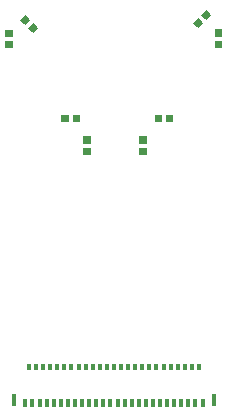
<source format=gbr>
%TF.GenerationSoftware,KiCad,Pcbnew,8.0.3*%
%TF.CreationDate,2024-07-21T22:55:40-07:00*%
%TF.ProjectId,wide_v1_4_layer,77696465-5f76-4315-9f34-5f6c61796572,V1*%
%TF.SameCoordinates,Original*%
%TF.FileFunction,Paste,Top*%
%TF.FilePolarity,Positive*%
%FSLAX46Y46*%
G04 Gerber Fmt 4.6, Leading zero omitted, Abs format (unit mm)*
G04 Created by KiCad (PCBNEW 8.0.3) date 2024-07-21 22:55:40*
%MOMM*%
%LPD*%
G01*
G04 APERTURE LIST*
%ADD10C,0.010000*%
%ADD11R,0.300000X0.670000*%
%ADD12R,0.300000X0.500000*%
%ADD13R,0.350000X1.000000*%
G04 APERTURE END LIST*
%TO.C,R6*%
D10*
X69605000Y-101835000D02*
X70155000Y-101835000D01*
X70155000Y-102385000D01*
X69605000Y-102385000D01*
X69605000Y-101835000D01*
G36*
X69605000Y-101835000D02*
G01*
X70155000Y-101835000D01*
X70155000Y-102385000D01*
X69605000Y-102385000D01*
X69605000Y-101835000D01*
G37*
X69605000Y-102785000D02*
X70155000Y-102785000D01*
X70155000Y-103335000D01*
X69605000Y-103335000D01*
X69605000Y-102785000D01*
G36*
X69605000Y-102785000D02*
G01*
X70155000Y-102785000D01*
X70155000Y-103335000D01*
X69605000Y-103335000D01*
X69605000Y-102785000D01*
G37*
%TO.C,*%
X81476902Y-112370433D02*
X80926903Y-112370433D01*
X80926903Y-111820433D01*
X81476904Y-111820433D01*
X81476902Y-112370433D01*
G36*
X81476902Y-112370433D02*
G01*
X80926903Y-112370433D01*
X80926903Y-111820433D01*
X81476904Y-111820433D01*
X81476902Y-112370433D01*
G37*
X81476903Y-111420433D02*
X80926903Y-111420433D01*
X80926904Y-110870433D01*
X81476903Y-110870433D01*
X81476903Y-111420433D01*
G36*
X81476903Y-111420433D02*
G01*
X80926903Y-111420433D01*
X80926904Y-110870433D01*
X81476903Y-110870433D01*
X81476903Y-111420433D01*
G37*
X86277159Y-101241754D02*
X85888250Y-101630662D01*
X85499341Y-101241755D01*
X85888250Y-100852845D01*
X86277159Y-101241754D01*
G36*
X86277159Y-101241754D02*
G01*
X85888250Y-101630662D01*
X85499341Y-101241755D01*
X85888250Y-100852845D01*
X86277159Y-101241754D01*
G37*
X86948910Y-100570001D02*
X86560001Y-100958911D01*
X86171091Y-100570002D01*
X86560001Y-100181093D01*
X86948910Y-100570001D01*
G36*
X86948910Y-100570001D02*
G01*
X86560001Y-100958911D01*
X86171091Y-100570002D01*
X86560001Y-100181093D01*
X86948910Y-100570001D01*
G37*
X87874998Y-103305000D02*
X87324999Y-103305000D01*
X87324999Y-102755000D01*
X87875000Y-102755000D01*
X87874998Y-103305000D01*
G36*
X87874998Y-103305000D02*
G01*
X87324999Y-103305000D01*
X87324999Y-102755000D01*
X87875000Y-102755000D01*
X87874998Y-103305000D01*
G37*
X87874999Y-102355000D02*
X87324999Y-102355000D01*
X87325000Y-101805000D01*
X87874999Y-101805000D01*
X87874999Y-102355000D01*
G36*
X87874999Y-102355000D02*
G01*
X87324999Y-102355000D01*
X87325000Y-101805000D01*
X87874999Y-101805000D01*
X87874999Y-102355000D01*
G37*
X76756902Y-112370433D02*
X76206903Y-112370433D01*
X76206903Y-111820433D01*
X76756904Y-111820433D01*
X76756902Y-112370433D01*
G36*
X76756902Y-112370433D02*
G01*
X76206903Y-112370433D01*
X76206903Y-111820433D01*
X76756904Y-111820433D01*
X76756902Y-112370433D01*
G37*
X76756903Y-111420433D02*
X76206903Y-111420433D01*
X76206904Y-110870433D01*
X76756903Y-110870433D01*
X76756903Y-111420433D01*
G36*
X76756903Y-111420433D02*
G01*
X76206903Y-111420433D01*
X76206904Y-110870433D01*
X76756903Y-110870433D01*
X76756903Y-111420433D01*
G37*
X74890433Y-109583097D02*
X74340433Y-109583096D01*
X74340433Y-109033097D01*
X74890433Y-109033097D01*
X74890433Y-109583097D01*
G36*
X74890433Y-109583097D02*
G01*
X74340433Y-109583096D01*
X74340433Y-109033097D01*
X74890433Y-109033097D01*
X74890433Y-109583097D01*
G37*
X75840433Y-109033098D02*
X75840433Y-109583097D01*
X75290433Y-109583097D01*
X75290433Y-109033096D01*
X75840433Y-109033098D01*
G36*
X75840433Y-109033098D02*
G01*
X75840433Y-109583097D01*
X75290433Y-109583097D01*
X75290433Y-109033096D01*
X75840433Y-109033098D01*
G37*
X82785000Y-109575001D02*
X82235000Y-109575000D01*
X82235000Y-109025001D01*
X82785000Y-109025001D01*
X82785000Y-109575001D01*
G36*
X82785000Y-109575001D02*
G01*
X82235000Y-109575000D01*
X82235000Y-109025001D01*
X82785000Y-109025001D01*
X82785000Y-109575001D01*
G37*
X83735000Y-109025002D02*
X83735000Y-109575001D01*
X83185000Y-109575001D01*
X83185000Y-109025000D01*
X83735000Y-109025002D01*
G36*
X83735000Y-109025002D02*
G01*
X83735000Y-109575001D01*
X83185000Y-109575001D01*
X83185000Y-109025000D01*
X83735000Y-109025002D01*
G37*
X71617157Y-100998249D02*
X71228248Y-101387158D01*
X70839341Y-100998248D01*
X71228248Y-100609339D01*
X71617157Y-100998249D01*
G36*
X71617157Y-100998249D02*
G01*
X71228248Y-101387158D01*
X70839341Y-100998248D01*
X71228248Y-100609339D01*
X71617157Y-100998249D01*
G37*
X72288908Y-101670001D02*
X71900000Y-102058909D01*
X71511091Y-101670000D01*
X71900000Y-101281092D01*
X72288908Y-101670001D01*
G36*
X72288908Y-101670001D02*
G01*
X71900000Y-102058909D01*
X71511091Y-101670000D01*
X71900000Y-101281092D01*
X72288908Y-101670001D01*
G37*
%TD*%
D11*
%TO.C,ZIF1*%
X71291600Y-133451600D03*
D12*
X71591600Y-130386600D03*
D11*
X71891600Y-133451600D03*
D12*
X72191600Y-130386600D03*
D11*
X72491600Y-133451600D03*
D12*
X72791600Y-130386600D03*
D11*
X73091600Y-133451600D03*
D12*
X73391600Y-130386600D03*
D11*
X73691600Y-133451600D03*
D12*
X73991600Y-130386600D03*
D11*
X74291600Y-133451600D03*
D12*
X74591600Y-130386600D03*
D11*
X74891600Y-133451600D03*
D12*
X75191600Y-130386600D03*
D11*
X75491600Y-133451600D03*
D12*
X75791600Y-130386600D03*
D11*
X76091600Y-133451600D03*
D12*
X76391600Y-130386600D03*
D11*
X76691600Y-133451600D03*
D12*
X76991600Y-130386600D03*
D11*
X77291600Y-133451600D03*
D12*
X77591600Y-130386600D03*
D11*
X77891600Y-133451600D03*
D12*
X78191600Y-130386600D03*
D11*
X78491600Y-133451600D03*
D12*
X78791600Y-130386600D03*
D11*
X79091600Y-133451600D03*
D12*
X79391600Y-130386600D03*
D11*
X79691600Y-133451600D03*
D12*
X79991600Y-130386600D03*
D11*
X80291600Y-133451600D03*
D12*
X80591600Y-130386600D03*
D11*
X80891600Y-133451600D03*
D12*
X81191600Y-130386600D03*
D11*
X81491600Y-133451600D03*
D12*
X81791600Y-130386600D03*
D11*
X82091600Y-133451600D03*
D12*
X82391600Y-130386600D03*
D11*
X82691600Y-133451600D03*
D12*
X82991600Y-130386600D03*
D11*
X83291600Y-133451600D03*
D12*
X83591600Y-130386600D03*
D11*
X83891600Y-133451600D03*
D12*
X84191600Y-130386600D03*
D11*
X84491600Y-133451600D03*
D12*
X84791600Y-130386600D03*
D11*
X85091600Y-133451600D03*
D12*
X85391600Y-130386600D03*
D11*
X85691600Y-133451600D03*
D12*
X85991600Y-130386600D03*
D11*
X86291600Y-133451600D03*
D13*
X70316600Y-133186600D03*
X87266600Y-133186600D03*
%TD*%
M02*

</source>
